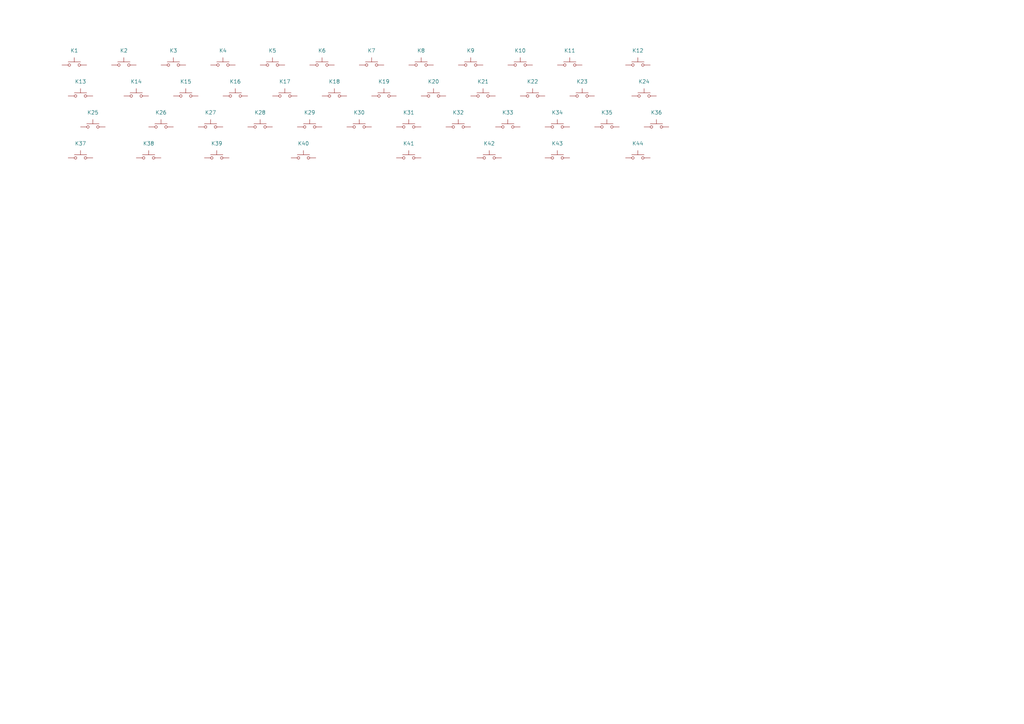
<source format=kicad_sch>
(kicad_sch (version 20211123) (generator eeschema)
  (paper "A3")
  (title_block (title "MiniVan layouts condensed") (date "2022-05-10 21:05") (comment 1 "Author: ") (comment 2 "Generated by klepcbgen.py v0.1"))
  (lib_symbols
    (symbol "Switch:SW_Push" (pin_numbers hide) (pin_names (offset 1.016) hide)
      (property "Reference" "SW" (at 1.27 2.54 0))
      (property "Value" "SW_Push" (at 0 -1.524 0))
      (symbol "SW_Push_0_1"
        (circle (center -2.032 0) (radius 0.508))
        (polyline (pts (xy 0 1.27) (xy 0 3.048)))
        (polyline (pts (xy 2.54 1.27) (xy -2.54 1.27)))
        (circle (center 2.032 0) (radius 0.508))
        (pin passive line (at -5.08 0 0) (length 2.54) (name "1") (number "1"))
        (pin passive line (at 5.08 0 180) (length 2.54) (name "2") (number "2"))
      )
    )
  )
  (symbol (lib_id "Switch:SW_Push") (at 198.12 39.37 0) (unit 1)
    (property "Reference" "K21" (at 198.12 33.4518 0) (effects (font (size 1.524 1.524))))
    (property "Value" "KEYSW" (effects hide))
    (property "Footprint" "Kailh_Choc_Cutout:Kailh Choc Standard Cutout" (effects hide))
  )
  (symbol (lib_id "Switch:SW_Push") (at 106.68 52.07 0) (unit 1)
    (property "Reference" "K28" (at 106.68 46.1518 0) (effects (font (size 1.524 1.524))))
    (property "Value" "KEYSW" (effects hide))
    (property "Footprint" "Kailh_Choc_Cutout:Kailh Choc Standard Cutout" (effects hide))
  )
  (symbol (lib_id "Switch:SW_Push") (at 228.6 52.07 0) (unit 1)
    (property "Reference" "K34" (at 228.6 46.1518 0) (effects (font (size 1.524 1.524))))
    (property "Value" "KEYSW" (effects hide))
    (property "Footprint" "Kailh_Choc_Cutout:Kailh Choc Standard Cutout" (effects hide))
  )
  (symbol (lib_id "Switch:SW_Push") (at 147.32 52.07 0) (unit 1)
    (property "Reference" "K30" (at 147.32 46.1518 0) (effects (font (size 1.524 1.524))))
    (property "Value" "KEYSW" (effects hide))
    (property "Footprint" "Kailh_Choc_Cutout:Kailh Choc Standard Cutout" (effects hide))
  )
  (symbol (lib_id "Switch:SW_Push") (at 193.04 26.67 0) (unit 1)
    (property "Reference" "K9" (at 193.04 20.7518 0) (effects (font (size 1.524 1.524))))
    (property "Value" "KEYSW" (effects hide))
    (property "Footprint" "Kailh_Choc_Cutout:Kailh Choc Standard Cutout" (effects hide))
  )
  (symbol (lib_id "Switch:SW_Push") (at 50.8 26.67 0) (unit 1)
    (property "Reference" "K2" (at 50.8 20.7518 0) (effects (font (size 1.524 1.524))))
    (property "Value" "KEYSW" (effects hide))
    (property "Footprint" "Kailh_Choc_Cutout:Kailh Choc Standard Cutout" (effects hide))
  )
  (symbol (lib_id "Switch:SW_Push") (at 200.66 64.77 0) (unit 1)
    (property "Reference" "K42" (at 200.66 58.8518 0) (effects (font (size 1.524 1.524))))
    (property "Value" "KEYSW" (effects hide))
    (property "Footprint" "Kailh_Choc_Cutout:Kailh Choc Standard Cutout" (effects hide))
  )
  (symbol (lib_id "Switch:SW_Push") (at 76.2 39.37 0) (unit 1)
    (property "Reference" "K15" (at 76.2 33.4518 0) (effects (font (size 1.524 1.524))))
    (property "Value" "KEYSW" (effects hide))
    (property "Footprint" "Kailh_Choc_Cutout:Kailh Choc Standard Cutout" (effects hide))
  )
  (symbol (lib_id "Switch:SW_Push") (at 137.16 39.37 0) (unit 1)
    (property "Reference" "K18" (at 137.16 33.4518 0) (effects (font (size 1.524 1.524))))
    (property "Value" "KEYSW" (effects hide))
    (property "Footprint" "Kailh_Choc_Cutout:Kailh Choc Standard Cutout" (effects hide))
  )
  (symbol (lib_id "Switch:SW_Push") (at 124.46 64.77 0) (unit 1)
    (property "Reference" "K40" (at 124.46 58.8518 0) (effects (font (size 1.524 1.524))))
    (property "Value" "KEYSW" (effects hide))
    (property "Footprint" "Kailh_Choc_Cutout:Kailh Choc 2U Stabilizer Cutout" (effects hide))
  )
  (symbol (lib_id "Switch:SW_Push") (at 86.36 52.07 0) (unit 1)
    (property "Reference" "K27" (at 86.36 46.1518 0) (effects (font (size 1.524 1.524))))
    (property "Value" "KEYSW" (effects hide))
    (property "Footprint" "Kailh_Choc_Cutout:Kailh Choc Standard Cutout" (effects hide))
  )
  (symbol (lib_id "Switch:SW_Push") (at 96.52 39.37 0) (unit 1)
    (property "Reference" "K16" (at 96.52 33.4518 0) (effects (font (size 1.524 1.524))))
    (property "Value" "KEYSW" (effects hide))
    (property "Footprint" "Kailh_Choc_Cutout:Kailh Choc Standard Cutout" (effects hide))
  )
  (symbol (lib_id "Switch:SW_Push") (at 269.24 52.07 0) (unit 1)
    (property "Reference" "K36" (at 269.24 46.1518 0) (effects (font (size 1.524 1.524))))
    (property "Value" "KEYSW" (effects hide))
    (property "Footprint" "Kailh_Choc_Cutout:Kailh Choc Standard Cutout" (effects hide))
  )
  (symbol (lib_id "Switch:SW_Push") (at 111.76 26.67 0) (unit 1)
    (property "Reference" "K5" (at 111.76 20.7518 0) (effects (font (size 1.524 1.524))))
    (property "Value" "KEYSW" (effects hide))
    (property "Footprint" "Kailh_Choc_Cutout:Kailh Choc Standard Cutout" (effects hide))
  )
  (symbol (lib_id "Switch:SW_Push") (at 55.88 39.37 0) (unit 1)
    (property "Reference" "K14" (at 55.88 33.4518 0) (effects (font (size 1.524 1.524))))
    (property "Value" "KEYSW" (effects hide))
    (property "Footprint" "Kailh_Choc_Cutout:Kailh Choc Standard Cutout" (effects hide))
  )
  (symbol (lib_id "Switch:SW_Push") (at 238.76 39.37 0) (unit 1)
    (property "Reference" "K23" (at 238.76 33.4518 0) (effects (font (size 1.524 1.524))))
    (property "Value" "KEYSW" (effects hide))
    (property "Footprint" "Kailh_Choc_Cutout:Kailh Choc Standard Cutout" (effects hide))
  )
  (symbol (lib_id "Switch:SW_Push") (at 91.44 26.67 0) (unit 1)
    (property "Reference" "K4" (at 91.44 20.7518 0) (effects (font (size 1.524 1.524))))
    (property "Value" "KEYSW" (effects hide))
    (property "Footprint" "Kailh_Choc_Cutout:Kailh Choc Standard Cutout" (effects hide))
  )
  (symbol (lib_id "Switch:SW_Push") (at 248.92 52.07 0) (unit 1)
    (property "Reference" "K35" (at 248.92 46.1518 0) (effects (font (size 1.524 1.524))))
    (property "Value" "KEYSW" (effects hide))
    (property "Footprint" "Kailh_Choc_Cutout:Kailh Choc Standard Cutout" (effects hide))
  )
  (symbol (lib_id "Switch:SW_Push") (at 187.96 52.07 0) (unit 1)
    (property "Reference" "K32" (at 187.96 46.1518 0) (effects (font (size 1.524 1.524))))
    (property "Value" "KEYSW" (effects hide))
    (property "Footprint" "Kailh_Choc_Cutout:Kailh Choc Standard Cutout" (effects hide))
  )
  (symbol (lib_id "Switch:SW_Push") (at 38.1 52.07 0) (unit 1)
    (property "Reference" "K25" (at 38.1 46.1518 0) (effects (font (size 1.524 1.524))))
    (property "Value" "KEYSW" (effects hide))
    (property "Footprint" "Kailh_Choc_Cutout:Kailh Choc Standard Cutout" (effects hide))
  )
  (symbol (lib_id "Switch:SW_Push") (at 60.96 64.77 0) (unit 1)
    (property "Reference" "K38" (at 60.96 58.8518 0) (effects (font (size 1.524 1.524))))
    (property "Value" "KEYSW" (effects hide))
    (property "Footprint" "Kailh_Choc_Cutout:Kailh Choc Standard Cutout" (effects hide))
  )
  (symbol (lib_id "Switch:SW_Push") (at 71.12 26.67 0) (unit 1)
    (property "Reference" "K3" (at 71.12 20.7518 0) (effects (font (size 1.524 1.524))))
    (property "Value" "KEYSW" (effects hide))
    (property "Footprint" "Kailh_Choc_Cutout:Kailh Choc Standard Cutout" (effects hide))
  )
  (symbol (lib_id "Switch:SW_Push") (at 261.62 26.67 0) (unit 1)
    (property "Reference" "K12" (at 261.62 20.7518 0) (effects (font (size 1.524 1.524))))
    (property "Value" "KEYSW" (effects hide))
    (property "Footprint" "Kailh_Choc_Cutout:Kailh Choc Standard Cutout" (effects hide))
  )
  (symbol (lib_id "Switch:SW_Push") (at 167.64 64.77 0) (unit 1)
    (property "Reference" "K41" (at 167.64 58.8518 0) (effects (font (size 1.524 1.524))))
    (property "Value" "KEYSW" (effects hide))
    (property "Footprint" "Kailh_Choc_Cutout:Kailh Choc 2U Stabilizer Cutout" (effects hide))
  )
  (symbol (lib_id "Switch:SW_Push") (at 88.9 64.77 0) (unit 1)
    (property "Reference" "K39" (at 88.9 58.8518 0) (effects (font (size 1.524 1.524))))
    (property "Value" "KEYSW" (effects hide))
    (property "Footprint" "Kailh_Choc_Cutout:Kailh Choc Standard Cutout" (effects hide))
  )
  (symbol (lib_id "Switch:SW_Push") (at 213.36 26.67 0) (unit 1)
    (property "Reference" "K10" (at 213.36 20.7518 0) (effects (font (size 1.524 1.524))))
    (property "Value" "KEYSW" (effects hide))
    (property "Footprint" "Kailh_Choc_Cutout:Kailh Choc Standard Cutout" (effects hide))
  )
  (symbol (lib_id "Switch:SW_Push") (at 172.72 26.67 0) (unit 1)
    (property "Reference" "K8" (at 172.72 20.7518 0) (effects (font (size 1.524 1.524))))
    (property "Value" "KEYSW" (effects hide))
    (property "Footprint" "Kailh_Choc_Cutout:Kailh Choc Standard Cutout" (effects hide))
  )
  (symbol (lib_id "Switch:SW_Push") (at 177.8 39.37 0) (unit 1)
    (property "Reference" "K20" (at 177.8 33.4518 0) (effects (font (size 1.524 1.524))))
    (property "Value" "KEYSW" (effects hide))
    (property "Footprint" "Kailh_Choc_Cutout:Kailh Choc Standard Cutout" (effects hide))
  )
  (symbol (lib_id "Switch:SW_Push") (at 233.68 26.67 0) (unit 1)
    (property "Reference" "K11" (at 233.68 20.7518 0) (effects (font (size 1.524 1.524))))
    (property "Value" "KEYSW" (effects hide))
    (property "Footprint" "Kailh_Choc_Cutout:Kailh Choc Standard Cutout" (effects hide))
  )
  (symbol (lib_id "Switch:SW_Push") (at 66.04 52.07 0) (unit 1)
    (property "Reference" "K26" (at 66.04 46.1518 0) (effects (font (size 1.524 1.524))))
    (property "Value" "KEYSW" (effects hide))
    (property "Footprint" "Kailh_Choc_Cutout:Kailh Choc Standard Cutout" (effects hide))
  )
  (symbol (lib_id "Switch:SW_Push") (at 33.02 39.37 0) (unit 1)
    (property "Reference" "K13" (at 33.02 33.4518 0) (effects (font (size 1.524 1.524))))
    (property "Value" "KEYSW" (effects hide))
    (property "Footprint" "Kailh_Choc_Cutout:Kailh Choc Standard Cutout" (effects hide))
  )
  (symbol (lib_id "Switch:SW_Push") (at 157.48 39.37 0) (unit 1)
    (property "Reference" "K19" (at 157.48 33.4518 0) (effects (font (size 1.524 1.524))))
    (property "Value" "KEYSW" (effects hide))
    (property "Footprint" "Kailh_Choc_Cutout:Kailh Choc Standard Cutout" (effects hide))
  )
  (symbol (lib_id "Switch:SW_Push") (at 218.44 39.37 0) (unit 1)
    (property "Reference" "K22" (at 218.44 33.4518 0) (effects (font (size 1.524 1.524))))
    (property "Value" "KEYSW" (effects hide))
    (property "Footprint" "Kailh_Choc_Cutout:Kailh Choc Standard Cutout" (effects hide))
  )
  (symbol (lib_id "Switch:SW_Push") (at 132.08 26.67 0) (unit 1)
    (property "Reference" "K6" (at 132.08 20.7518 0) (effects (font (size 1.524 1.524))))
    (property "Value" "KEYSW" (effects hide))
    (property "Footprint" "Kailh_Choc_Cutout:Kailh Choc Standard Cutout" (effects hide))
  )
  (symbol (lib_id "Switch:SW_Push") (at 116.84 39.37 0) (unit 1)
    (property "Reference" "K17" (at 116.84 33.4518 0) (effects (font (size 1.524 1.524))))
    (property "Value" "KEYSW" (effects hide))
    (property "Footprint" "Kailh_Choc_Cutout:Kailh Choc Standard Cutout" (effects hide))
  )
  (symbol (lib_id "Switch:SW_Push") (at 264.16 39.37 0) (unit 1)
    (property "Reference" "K24" (at 264.16 33.4518 0) (effects (font (size 1.524 1.524))))
    (property "Value" "KEYSW" (effects hide))
    (property "Footprint" "Kailh_Choc_Cutout:Kailh Choc Standard Cutout" (effects hide))
  )
  (symbol (lib_id "Switch:SW_Push") (at 127 52.07 0) (unit 1)
    (property "Reference" "K29" (at 127 46.1518 0) (effects (font (size 1.524 1.524))))
    (property "Value" "KEYSW" (effects hide))
    (property "Footprint" "Kailh_Choc_Cutout:Kailh Choc Standard Cutout" (effects hide))
  )
  (symbol (lib_id "Switch:SW_Push") (at 167.64 52.07 0) (unit 1)
    (property "Reference" "K31" (at 167.64 46.1518 0) (effects (font (size 1.524 1.524))))
    (property "Value" "KEYSW" (effects hide))
    (property "Footprint" "Kailh_Choc_Cutout:Kailh Choc Standard Cutout" (effects hide))
  )
  (symbol (lib_id "Switch:SW_Push") (at 33.02 64.77 0) (unit 1)
    (property "Reference" "K37" (at 33.02 58.8518 0) (effects (font (size 1.524 1.524))))
    (property "Value" "KEYSW" (effects hide))
    (property "Footprint" "Kailh_Choc_Cutout:Kailh Choc Standard Cutout" (effects hide))
  )
  (symbol (lib_id "Switch:SW_Push") (at 228.6 64.77 0) (unit 1)
    (property "Reference" "K43" (at 228.6 58.8518 0) (effects (font (size 1.524 1.524))))
    (property "Value" "KEYSW" (effects hide))
    (property "Footprint" "Kailh_Choc_Cutout:Kailh Choc Standard Cutout" (effects hide))
  )
  (symbol (lib_id "Switch:SW_Push") (at 152.4 26.67 0) (unit 1)
    (property "Reference" "K7" (at 152.4 20.7518 0) (effects (font (size 1.524 1.524))))
    (property "Value" "KEYSW" (effects hide))
    (property "Footprint" "Kailh_Choc_Cutout:Kailh Choc Standard Cutout" (effects hide))
  )
  (symbol (lib_id "Switch:SW_Push") (at 261.62 64.77 0) (unit 1)
    (property "Reference" "K44" (at 261.62 58.8518 0) (effects (font (size 1.524 1.524))))
    (property "Value" "KEYSW" (effects hide))
    (property "Footprint" "Kailh_Choc_Cutout:Kailh Choc Standard Cutout" (effects hide))
  )
  (symbol (lib_id "Switch:SW_Push") (at 30.48 26.67 0) (unit 1)
    (property "Reference" "K1" (at 30.48 20.7518 0) (effects (font (size 1.524 1.524))))
    (property "Value" "KEYSW" (effects hide))
    (property "Footprint" "Kailh_Choc_Cutout:Kailh Choc Standard Cutout" (effects hide))
  )
  (symbol (lib_id "Switch:SW_Push") (at 208.28 52.07 0) (unit 1)
    (property "Reference" "K33" (at 208.28 46.1518 0) (effects (font (size 1.524 1.524))))
    (property "Value" "KEYSW" (effects hide))
    (property "Footprint" "Kailh_Choc_Cutout:Kailh Choc Standard Cutout" (effects hide))
  )
)
</source>
